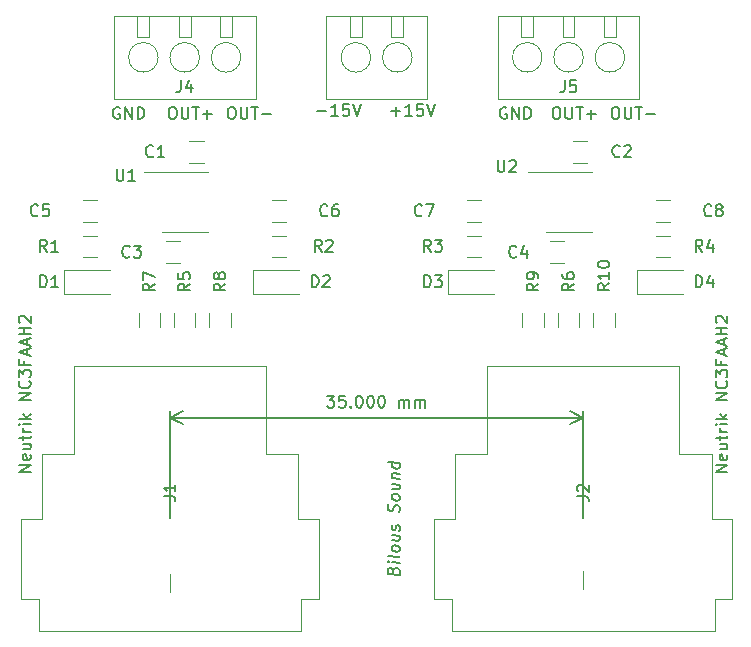
<source format=gbr>
%TF.GenerationSoftware,KiCad,Pcbnew,(5.1.6-0)*%
%TF.CreationDate,2023-06-01T15:50:37-07:00*%
%TF.ProjectId,input_buffer_bal_XLR_SMD_1206,696e7075-745f-4627-9566-6665725f6261,rev?*%
%TF.SameCoordinates,Original*%
%TF.FileFunction,Legend,Top*%
%TF.FilePolarity,Positive*%
%FSLAX46Y46*%
G04 Gerber Fmt 4.6, Leading zero omitted, Abs format (unit mm)*
G04 Created by KiCad (PCBNEW (5.1.6-0)) date 2023-06-01 15:50:37*
%MOMM*%
%LPD*%
G01*
G04 APERTURE LIST*
%ADD10C,0.150000*%
%ADD11C,0.120000*%
G04 APERTURE END LIST*
D10*
X122678571Y-152689270D02*
X122726190Y-152552366D01*
X122773809Y-152510699D01*
X122869047Y-152474985D01*
X123011904Y-152492842D01*
X123107142Y-152552366D01*
X123154761Y-152605937D01*
X123202380Y-152707127D01*
X123202380Y-153088080D01*
X122202380Y-152963080D01*
X122202380Y-152629747D01*
X122250000Y-152540461D01*
X122297619Y-152498794D01*
X122392857Y-152463080D01*
X122488095Y-152474985D01*
X122583333Y-152534508D01*
X122630952Y-152588080D01*
X122678571Y-152689270D01*
X122678571Y-153022604D01*
X123202380Y-152088080D02*
X122535714Y-152004747D01*
X122202380Y-151963080D02*
X122250000Y-152016651D01*
X122297619Y-151974985D01*
X122250000Y-151921413D01*
X122202380Y-151963080D01*
X122297619Y-151974985D01*
X123202380Y-151469032D02*
X123154761Y-151558318D01*
X123059523Y-151594032D01*
X122202380Y-151486889D01*
X123202380Y-150945223D02*
X123154761Y-151034508D01*
X123107142Y-151076175D01*
X123011904Y-151111889D01*
X122726190Y-151076175D01*
X122630952Y-151016651D01*
X122583333Y-150963080D01*
X122535714Y-150861889D01*
X122535714Y-150719032D01*
X122583333Y-150629747D01*
X122630952Y-150588080D01*
X122726190Y-150552366D01*
X123011904Y-150588080D01*
X123107142Y-150647604D01*
X123154761Y-150701175D01*
X123202380Y-150802366D01*
X123202380Y-150945223D01*
X122535714Y-149671413D02*
X123202380Y-149754747D01*
X122535714Y-150099985D02*
X123059523Y-150165461D01*
X123154761Y-150129747D01*
X123202380Y-150040461D01*
X123202380Y-149897604D01*
X123154761Y-149796413D01*
X123107142Y-149742842D01*
X123154761Y-149320223D02*
X123202380Y-149230937D01*
X123202380Y-149040461D01*
X123154761Y-148939270D01*
X123059523Y-148879747D01*
X123011904Y-148873794D01*
X122916666Y-148909508D01*
X122869047Y-148998794D01*
X122869047Y-149141651D01*
X122821428Y-149230937D01*
X122726190Y-149266651D01*
X122678571Y-149260699D01*
X122583333Y-149201175D01*
X122535714Y-149099985D01*
X122535714Y-148957127D01*
X122583333Y-148867842D01*
X123154761Y-147748794D02*
X123202380Y-147611889D01*
X123202380Y-147373794D01*
X123154761Y-147272604D01*
X123107142Y-147219032D01*
X123011904Y-147159508D01*
X122916666Y-147147604D01*
X122821428Y-147183318D01*
X122773809Y-147224985D01*
X122726190Y-147314270D01*
X122678571Y-147498794D01*
X122630952Y-147588080D01*
X122583333Y-147629747D01*
X122488095Y-147665461D01*
X122392857Y-147653556D01*
X122297619Y-147594032D01*
X122250000Y-147540461D01*
X122202380Y-147439270D01*
X122202380Y-147201175D01*
X122250000Y-147064270D01*
X123202380Y-146611889D02*
X123154761Y-146701175D01*
X123107142Y-146742842D01*
X123011904Y-146778556D01*
X122726190Y-146742842D01*
X122630952Y-146683318D01*
X122583333Y-146629747D01*
X122535714Y-146528556D01*
X122535714Y-146385699D01*
X122583333Y-146296413D01*
X122630952Y-146254747D01*
X122726190Y-146219032D01*
X123011904Y-146254747D01*
X123107142Y-146314270D01*
X123154761Y-146367842D01*
X123202380Y-146469032D01*
X123202380Y-146611889D01*
X122535714Y-145338080D02*
X123202380Y-145421413D01*
X122535714Y-145766651D02*
X123059523Y-145832127D01*
X123154761Y-145796413D01*
X123202380Y-145707127D01*
X123202380Y-145564270D01*
X123154761Y-145463080D01*
X123107142Y-145409508D01*
X122535714Y-144861889D02*
X123202380Y-144945223D01*
X122630952Y-144873794D02*
X122583333Y-144820223D01*
X122535714Y-144719032D01*
X122535714Y-144576175D01*
X122583333Y-144486889D01*
X122678571Y-144451175D01*
X123202380Y-144516651D01*
X123202380Y-143611889D02*
X122202380Y-143486889D01*
X123154761Y-143605937D02*
X123202380Y-143707127D01*
X123202380Y-143897604D01*
X123154761Y-143986889D01*
X123107142Y-144028556D01*
X123011904Y-144064270D01*
X122726190Y-144028556D01*
X122630952Y-143969032D01*
X122583333Y-143915461D01*
X122535714Y-143814270D01*
X122535714Y-143623794D01*
X122583333Y-143534508D01*
X91952380Y-144321428D02*
X90952380Y-144321428D01*
X91952380Y-143750000D01*
X90952380Y-143750000D01*
X91904761Y-142892857D02*
X91952380Y-142988095D01*
X91952380Y-143178571D01*
X91904761Y-143273809D01*
X91809523Y-143321428D01*
X91428571Y-143321428D01*
X91333333Y-143273809D01*
X91285714Y-143178571D01*
X91285714Y-142988095D01*
X91333333Y-142892857D01*
X91428571Y-142845238D01*
X91523809Y-142845238D01*
X91619047Y-143321428D01*
X91285714Y-141988095D02*
X91952380Y-141988095D01*
X91285714Y-142416666D02*
X91809523Y-142416666D01*
X91904761Y-142369047D01*
X91952380Y-142273809D01*
X91952380Y-142130952D01*
X91904761Y-142035714D01*
X91857142Y-141988095D01*
X91285714Y-141654761D02*
X91285714Y-141273809D01*
X90952380Y-141511904D02*
X91809523Y-141511904D01*
X91904761Y-141464285D01*
X91952380Y-141369047D01*
X91952380Y-141273809D01*
X91952380Y-140940476D02*
X91285714Y-140940476D01*
X91476190Y-140940476D02*
X91380952Y-140892857D01*
X91333333Y-140845238D01*
X91285714Y-140750000D01*
X91285714Y-140654761D01*
X91952380Y-140321428D02*
X91285714Y-140321428D01*
X90952380Y-140321428D02*
X91000000Y-140369047D01*
X91047619Y-140321428D01*
X91000000Y-140273809D01*
X90952380Y-140321428D01*
X91047619Y-140321428D01*
X91952380Y-139845238D02*
X90952380Y-139845238D01*
X91571428Y-139750000D02*
X91952380Y-139464285D01*
X91285714Y-139464285D02*
X91666666Y-139845238D01*
X91952380Y-138273809D02*
X90952380Y-138273809D01*
X91952380Y-137702380D01*
X90952380Y-137702380D01*
X91857142Y-136654761D02*
X91904761Y-136702380D01*
X91952380Y-136845238D01*
X91952380Y-136940476D01*
X91904761Y-137083333D01*
X91809523Y-137178571D01*
X91714285Y-137226190D01*
X91523809Y-137273809D01*
X91380952Y-137273809D01*
X91190476Y-137226190D01*
X91095238Y-137178571D01*
X91000000Y-137083333D01*
X90952380Y-136940476D01*
X90952380Y-136845238D01*
X91000000Y-136702380D01*
X91047619Y-136654761D01*
X90952380Y-136321428D02*
X90952380Y-135702380D01*
X91333333Y-136035714D01*
X91333333Y-135892857D01*
X91380952Y-135797619D01*
X91428571Y-135750000D01*
X91523809Y-135702380D01*
X91761904Y-135702380D01*
X91857142Y-135750000D01*
X91904761Y-135797619D01*
X91952380Y-135892857D01*
X91952380Y-136178571D01*
X91904761Y-136273809D01*
X91857142Y-136321428D01*
X91428571Y-134940476D02*
X91428571Y-135273809D01*
X91952380Y-135273809D02*
X90952380Y-135273809D01*
X90952380Y-134797619D01*
X91666666Y-134464285D02*
X91666666Y-133988095D01*
X91952380Y-134559523D02*
X90952380Y-134226190D01*
X91952380Y-133892857D01*
X91666666Y-133607142D02*
X91666666Y-133130952D01*
X91952380Y-133702380D02*
X90952380Y-133369047D01*
X91952380Y-133035714D01*
X91952380Y-132702380D02*
X90952380Y-132702380D01*
X91428571Y-132702380D02*
X91428571Y-132130952D01*
X91952380Y-132130952D02*
X90952380Y-132130952D01*
X91047619Y-131702380D02*
X91000000Y-131654761D01*
X90952380Y-131559523D01*
X90952380Y-131321428D01*
X91000000Y-131226190D01*
X91047619Y-131178571D01*
X91142857Y-131130952D01*
X91238095Y-131130952D01*
X91380952Y-131178571D01*
X91952380Y-131750000D01*
X91952380Y-131130952D01*
X150952380Y-144321428D02*
X149952380Y-144321428D01*
X150952380Y-143750000D01*
X149952380Y-143750000D01*
X150904761Y-142892857D02*
X150952380Y-142988095D01*
X150952380Y-143178571D01*
X150904761Y-143273809D01*
X150809523Y-143321428D01*
X150428571Y-143321428D01*
X150333333Y-143273809D01*
X150285714Y-143178571D01*
X150285714Y-142988095D01*
X150333333Y-142892857D01*
X150428571Y-142845238D01*
X150523809Y-142845238D01*
X150619047Y-143321428D01*
X150285714Y-141988095D02*
X150952380Y-141988095D01*
X150285714Y-142416666D02*
X150809523Y-142416666D01*
X150904761Y-142369047D01*
X150952380Y-142273809D01*
X150952380Y-142130952D01*
X150904761Y-142035714D01*
X150857142Y-141988095D01*
X150285714Y-141654761D02*
X150285714Y-141273809D01*
X149952380Y-141511904D02*
X150809523Y-141511904D01*
X150904761Y-141464285D01*
X150952380Y-141369047D01*
X150952380Y-141273809D01*
X150952380Y-140940476D02*
X150285714Y-140940476D01*
X150476190Y-140940476D02*
X150380952Y-140892857D01*
X150333333Y-140845238D01*
X150285714Y-140750000D01*
X150285714Y-140654761D01*
X150952380Y-140321428D02*
X150285714Y-140321428D01*
X149952380Y-140321428D02*
X150000000Y-140369047D01*
X150047619Y-140321428D01*
X150000000Y-140273809D01*
X149952380Y-140321428D01*
X150047619Y-140321428D01*
X150952380Y-139845238D02*
X149952380Y-139845238D01*
X150571428Y-139750000D02*
X150952380Y-139464285D01*
X150285714Y-139464285D02*
X150666666Y-139845238D01*
X150952380Y-138273809D02*
X149952380Y-138273809D01*
X150952380Y-137702380D01*
X149952380Y-137702380D01*
X150857142Y-136654761D02*
X150904761Y-136702380D01*
X150952380Y-136845238D01*
X150952380Y-136940476D01*
X150904761Y-137083333D01*
X150809523Y-137178571D01*
X150714285Y-137226190D01*
X150523809Y-137273809D01*
X150380952Y-137273809D01*
X150190476Y-137226190D01*
X150095238Y-137178571D01*
X150000000Y-137083333D01*
X149952380Y-136940476D01*
X149952380Y-136845238D01*
X150000000Y-136702380D01*
X150047619Y-136654761D01*
X149952380Y-136321428D02*
X149952380Y-135702380D01*
X150333333Y-136035714D01*
X150333333Y-135892857D01*
X150380952Y-135797619D01*
X150428571Y-135750000D01*
X150523809Y-135702380D01*
X150761904Y-135702380D01*
X150857142Y-135750000D01*
X150904761Y-135797619D01*
X150952380Y-135892857D01*
X150952380Y-136178571D01*
X150904761Y-136273809D01*
X150857142Y-136321428D01*
X150428571Y-134940476D02*
X150428571Y-135273809D01*
X150952380Y-135273809D02*
X149952380Y-135273809D01*
X149952380Y-134797619D01*
X150666666Y-134464285D02*
X150666666Y-133988095D01*
X150952380Y-134559523D02*
X149952380Y-134226190D01*
X150952380Y-133892857D01*
X150666666Y-133607142D02*
X150666666Y-133130952D01*
X150952380Y-133702380D02*
X149952380Y-133369047D01*
X150952380Y-133035714D01*
X150952380Y-132702380D02*
X149952380Y-132702380D01*
X150428571Y-132702380D02*
X150428571Y-132130952D01*
X150952380Y-132130952D02*
X149952380Y-132130952D01*
X150047619Y-131702380D02*
X150000000Y-131654761D01*
X149952380Y-131559523D01*
X149952380Y-131321428D01*
X150000000Y-131226190D01*
X150047619Y-131178571D01*
X150142857Y-131130952D01*
X150238095Y-131130952D01*
X150380952Y-131178571D01*
X150952380Y-131750000D01*
X150952380Y-131130952D01*
X117059523Y-137902380D02*
X117678571Y-137902380D01*
X117345238Y-138283333D01*
X117488095Y-138283333D01*
X117583333Y-138330952D01*
X117630952Y-138378571D01*
X117678571Y-138473809D01*
X117678571Y-138711904D01*
X117630952Y-138807142D01*
X117583333Y-138854761D01*
X117488095Y-138902380D01*
X117202380Y-138902380D01*
X117107142Y-138854761D01*
X117059523Y-138807142D01*
X118583333Y-137902380D02*
X118107142Y-137902380D01*
X118059523Y-138378571D01*
X118107142Y-138330952D01*
X118202380Y-138283333D01*
X118440476Y-138283333D01*
X118535714Y-138330952D01*
X118583333Y-138378571D01*
X118630952Y-138473809D01*
X118630952Y-138711904D01*
X118583333Y-138807142D01*
X118535714Y-138854761D01*
X118440476Y-138902380D01*
X118202380Y-138902380D01*
X118107142Y-138854761D01*
X118059523Y-138807142D01*
X119059523Y-138807142D02*
X119107142Y-138854761D01*
X119059523Y-138902380D01*
X119011904Y-138854761D01*
X119059523Y-138807142D01*
X119059523Y-138902380D01*
X119726190Y-137902380D02*
X119821428Y-137902380D01*
X119916666Y-137950000D01*
X119964285Y-137997619D01*
X120011904Y-138092857D01*
X120059523Y-138283333D01*
X120059523Y-138521428D01*
X120011904Y-138711904D01*
X119964285Y-138807142D01*
X119916666Y-138854761D01*
X119821428Y-138902380D01*
X119726190Y-138902380D01*
X119630952Y-138854761D01*
X119583333Y-138807142D01*
X119535714Y-138711904D01*
X119488095Y-138521428D01*
X119488095Y-138283333D01*
X119535714Y-138092857D01*
X119583333Y-137997619D01*
X119630952Y-137950000D01*
X119726190Y-137902380D01*
X120678571Y-137902380D02*
X120773809Y-137902380D01*
X120869047Y-137950000D01*
X120916666Y-137997619D01*
X120964285Y-138092857D01*
X121011904Y-138283333D01*
X121011904Y-138521428D01*
X120964285Y-138711904D01*
X120916666Y-138807142D01*
X120869047Y-138854761D01*
X120773809Y-138902380D01*
X120678571Y-138902380D01*
X120583333Y-138854761D01*
X120535714Y-138807142D01*
X120488095Y-138711904D01*
X120440476Y-138521428D01*
X120440476Y-138283333D01*
X120488095Y-138092857D01*
X120535714Y-137997619D01*
X120583333Y-137950000D01*
X120678571Y-137902380D01*
X121630952Y-137902380D02*
X121726190Y-137902380D01*
X121821428Y-137950000D01*
X121869047Y-137997619D01*
X121916666Y-138092857D01*
X121964285Y-138283333D01*
X121964285Y-138521428D01*
X121916666Y-138711904D01*
X121869047Y-138807142D01*
X121821428Y-138854761D01*
X121726190Y-138902380D01*
X121630952Y-138902380D01*
X121535714Y-138854761D01*
X121488095Y-138807142D01*
X121440476Y-138711904D01*
X121392857Y-138521428D01*
X121392857Y-138283333D01*
X121440476Y-138092857D01*
X121488095Y-137997619D01*
X121535714Y-137950000D01*
X121630952Y-137902380D01*
X123154761Y-138902380D02*
X123154761Y-138235714D01*
X123154761Y-138330952D02*
X123202380Y-138283333D01*
X123297619Y-138235714D01*
X123440476Y-138235714D01*
X123535714Y-138283333D01*
X123583333Y-138378571D01*
X123583333Y-138902380D01*
X123583333Y-138378571D02*
X123630952Y-138283333D01*
X123726190Y-138235714D01*
X123869047Y-138235714D01*
X123964285Y-138283333D01*
X124011904Y-138378571D01*
X124011904Y-138902380D01*
X124488095Y-138902380D02*
X124488095Y-138235714D01*
X124488095Y-138330952D02*
X124535714Y-138283333D01*
X124630952Y-138235714D01*
X124773809Y-138235714D01*
X124869047Y-138283333D01*
X124916666Y-138378571D01*
X124916666Y-138902380D01*
X124916666Y-138378571D02*
X124964285Y-138283333D01*
X125059523Y-138235714D01*
X125202380Y-138235714D01*
X125297619Y-138283333D01*
X125345238Y-138378571D01*
X125345238Y-138902380D01*
X103750000Y-139750000D02*
X138750000Y-139750000D01*
X103750000Y-148250000D02*
X103750000Y-139163579D01*
X138750000Y-148250000D02*
X138750000Y-139163579D01*
X138750000Y-139750000D02*
X137623496Y-140336421D01*
X138750000Y-139750000D02*
X137623496Y-139163579D01*
X103750000Y-139750000D02*
X104876504Y-140336421D01*
X103750000Y-139750000D02*
X104876504Y-139163579D01*
D11*
X138750000Y-152750000D02*
X138750000Y-154250000D01*
X103750000Y-153000000D02*
X103750000Y-154500000D01*
D10*
X116238095Y-113821428D02*
X117000000Y-113821428D01*
X118000000Y-114202380D02*
X117428571Y-114202380D01*
X117714285Y-114202380D02*
X117714285Y-113202380D01*
X117619047Y-113345238D01*
X117523809Y-113440476D01*
X117428571Y-113488095D01*
X118904761Y-113202380D02*
X118428571Y-113202380D01*
X118380952Y-113678571D01*
X118428571Y-113630952D01*
X118523809Y-113583333D01*
X118761904Y-113583333D01*
X118857142Y-113630952D01*
X118904761Y-113678571D01*
X118952380Y-113773809D01*
X118952380Y-114011904D01*
X118904761Y-114107142D01*
X118857142Y-114154761D01*
X118761904Y-114202380D01*
X118523809Y-114202380D01*
X118428571Y-114154761D01*
X118380952Y-114107142D01*
X119238095Y-113202380D02*
X119571428Y-114202380D01*
X119904761Y-113202380D01*
X122488095Y-113821428D02*
X123250000Y-113821428D01*
X122869047Y-114202380D02*
X122869047Y-113440476D01*
X124250000Y-114202380D02*
X123678571Y-114202380D01*
X123964285Y-114202380D02*
X123964285Y-113202380D01*
X123869047Y-113345238D01*
X123773809Y-113440476D01*
X123678571Y-113488095D01*
X125154761Y-113202380D02*
X124678571Y-113202380D01*
X124630952Y-113678571D01*
X124678571Y-113630952D01*
X124773809Y-113583333D01*
X125011904Y-113583333D01*
X125107142Y-113630952D01*
X125154761Y-113678571D01*
X125202380Y-113773809D01*
X125202380Y-114011904D01*
X125154761Y-114107142D01*
X125107142Y-114154761D01*
X125011904Y-114202380D01*
X124773809Y-114202380D01*
X124678571Y-114154761D01*
X124630952Y-114107142D01*
X125488095Y-113202380D02*
X125821428Y-114202380D01*
X126154761Y-113202380D01*
X108880952Y-113452380D02*
X109071428Y-113452380D01*
X109166666Y-113500000D01*
X109261904Y-113595238D01*
X109309523Y-113785714D01*
X109309523Y-114119047D01*
X109261904Y-114309523D01*
X109166666Y-114404761D01*
X109071428Y-114452380D01*
X108880952Y-114452380D01*
X108785714Y-114404761D01*
X108690476Y-114309523D01*
X108642857Y-114119047D01*
X108642857Y-113785714D01*
X108690476Y-113595238D01*
X108785714Y-113500000D01*
X108880952Y-113452380D01*
X109738095Y-113452380D02*
X109738095Y-114261904D01*
X109785714Y-114357142D01*
X109833333Y-114404761D01*
X109928571Y-114452380D01*
X110119047Y-114452380D01*
X110214285Y-114404761D01*
X110261904Y-114357142D01*
X110309523Y-114261904D01*
X110309523Y-113452380D01*
X110642857Y-113452380D02*
X111214285Y-113452380D01*
X110928571Y-114452380D02*
X110928571Y-113452380D01*
X111547619Y-114071428D02*
X112309523Y-114071428D01*
X141380952Y-113452380D02*
X141571428Y-113452380D01*
X141666666Y-113500000D01*
X141761904Y-113595238D01*
X141809523Y-113785714D01*
X141809523Y-114119047D01*
X141761904Y-114309523D01*
X141666666Y-114404761D01*
X141571428Y-114452380D01*
X141380952Y-114452380D01*
X141285714Y-114404761D01*
X141190476Y-114309523D01*
X141142857Y-114119047D01*
X141142857Y-113785714D01*
X141190476Y-113595238D01*
X141285714Y-113500000D01*
X141380952Y-113452380D01*
X142238095Y-113452380D02*
X142238095Y-114261904D01*
X142285714Y-114357142D01*
X142333333Y-114404761D01*
X142428571Y-114452380D01*
X142619047Y-114452380D01*
X142714285Y-114404761D01*
X142761904Y-114357142D01*
X142809523Y-114261904D01*
X142809523Y-113452380D01*
X143142857Y-113452380D02*
X143714285Y-113452380D01*
X143428571Y-114452380D02*
X143428571Y-113452380D01*
X144047619Y-114071428D02*
X144809523Y-114071428D01*
X136380952Y-113452380D02*
X136571428Y-113452380D01*
X136666666Y-113500000D01*
X136761904Y-113595238D01*
X136809523Y-113785714D01*
X136809523Y-114119047D01*
X136761904Y-114309523D01*
X136666666Y-114404761D01*
X136571428Y-114452380D01*
X136380952Y-114452380D01*
X136285714Y-114404761D01*
X136190476Y-114309523D01*
X136142857Y-114119047D01*
X136142857Y-113785714D01*
X136190476Y-113595238D01*
X136285714Y-113500000D01*
X136380952Y-113452380D01*
X137238095Y-113452380D02*
X137238095Y-114261904D01*
X137285714Y-114357142D01*
X137333333Y-114404761D01*
X137428571Y-114452380D01*
X137619047Y-114452380D01*
X137714285Y-114404761D01*
X137761904Y-114357142D01*
X137809523Y-114261904D01*
X137809523Y-113452380D01*
X138142857Y-113452380D02*
X138714285Y-113452380D01*
X138428571Y-114452380D02*
X138428571Y-113452380D01*
X139047619Y-114071428D02*
X139809523Y-114071428D01*
X139428571Y-114452380D02*
X139428571Y-113690476D01*
X103880952Y-113452380D02*
X104071428Y-113452380D01*
X104166666Y-113500000D01*
X104261904Y-113595238D01*
X104309523Y-113785714D01*
X104309523Y-114119047D01*
X104261904Y-114309523D01*
X104166666Y-114404761D01*
X104071428Y-114452380D01*
X103880952Y-114452380D01*
X103785714Y-114404761D01*
X103690476Y-114309523D01*
X103642857Y-114119047D01*
X103642857Y-113785714D01*
X103690476Y-113595238D01*
X103785714Y-113500000D01*
X103880952Y-113452380D01*
X104738095Y-113452380D02*
X104738095Y-114261904D01*
X104785714Y-114357142D01*
X104833333Y-114404761D01*
X104928571Y-114452380D01*
X105119047Y-114452380D01*
X105214285Y-114404761D01*
X105261904Y-114357142D01*
X105309523Y-114261904D01*
X105309523Y-113452380D01*
X105642857Y-113452380D02*
X106214285Y-113452380D01*
X105928571Y-114452380D02*
X105928571Y-113452380D01*
X106547619Y-114071428D02*
X107309523Y-114071428D01*
X106928571Y-114452380D02*
X106928571Y-113690476D01*
X132238095Y-113500000D02*
X132142857Y-113452380D01*
X132000000Y-113452380D01*
X131857142Y-113500000D01*
X131761904Y-113595238D01*
X131714285Y-113690476D01*
X131666666Y-113880952D01*
X131666666Y-114023809D01*
X131714285Y-114214285D01*
X131761904Y-114309523D01*
X131857142Y-114404761D01*
X132000000Y-114452380D01*
X132095238Y-114452380D01*
X132238095Y-114404761D01*
X132285714Y-114357142D01*
X132285714Y-114023809D01*
X132095238Y-114023809D01*
X132714285Y-114452380D02*
X132714285Y-113452380D01*
X133285714Y-114452380D01*
X133285714Y-113452380D01*
X133761904Y-114452380D02*
X133761904Y-113452380D01*
X134000000Y-113452380D01*
X134142857Y-113500000D01*
X134238095Y-113595238D01*
X134285714Y-113690476D01*
X134333333Y-113880952D01*
X134333333Y-114023809D01*
X134285714Y-114214285D01*
X134238095Y-114309523D01*
X134142857Y-114404761D01*
X134000000Y-114452380D01*
X133761904Y-114452380D01*
X99488095Y-113500000D02*
X99392857Y-113452380D01*
X99250000Y-113452380D01*
X99107142Y-113500000D01*
X99011904Y-113595238D01*
X98964285Y-113690476D01*
X98916666Y-113880952D01*
X98916666Y-114023809D01*
X98964285Y-114214285D01*
X99011904Y-114309523D01*
X99107142Y-114404761D01*
X99250000Y-114452380D01*
X99345238Y-114452380D01*
X99488095Y-114404761D01*
X99535714Y-114357142D01*
X99535714Y-114023809D01*
X99345238Y-114023809D01*
X99964285Y-114452380D02*
X99964285Y-113452380D01*
X100535714Y-114452380D01*
X100535714Y-113452380D01*
X101011904Y-114452380D02*
X101011904Y-113452380D01*
X101250000Y-113452380D01*
X101392857Y-113500000D01*
X101488095Y-113595238D01*
X101535714Y-113690476D01*
X101583333Y-113880952D01*
X101583333Y-114023809D01*
X101535714Y-114214285D01*
X101488095Y-114309523D01*
X101392857Y-114404761D01*
X101250000Y-114452380D01*
X101011904Y-114452380D01*
D11*
%TO.C,J3*%
X117000000Y-112750000D02*
X117000000Y-105750000D01*
X125500000Y-112750000D02*
X125500000Y-105750000D01*
X117000000Y-105750000D02*
X125500000Y-105750000D01*
X117000000Y-112750000D02*
X125500000Y-112750000D01*
X120750000Y-109250000D02*
G75*
G03*
X120750000Y-109250000I-1250000J0D01*
G01*
X124250000Y-109250000D02*
G75*
G03*
X124250000Y-109250000I-1250000J0D01*
G01*
X123500000Y-107500000D02*
X122500000Y-107500000D01*
X122500000Y-107500000D02*
X122500000Y-105750000D01*
X123500000Y-107500000D02*
X123500000Y-105750000D01*
X120000000Y-105750000D02*
X120000000Y-107500000D01*
X120000000Y-107500000D02*
X119000000Y-107500000D01*
X119000000Y-107500000D02*
X119000000Y-105750000D01*
%TO.C,C8*%
X146102064Y-123160000D02*
X144897936Y-123160000D01*
X146102064Y-121340000D02*
X144897936Y-121340000D01*
%TO.C,C7*%
X130102064Y-123160000D02*
X128897936Y-123160000D01*
X130102064Y-121340000D02*
X128897936Y-121340000D01*
%TO.C,C6*%
X113602064Y-123160000D02*
X112397936Y-123160000D01*
X113602064Y-121340000D02*
X112397936Y-121340000D01*
%TO.C,C5*%
X97602064Y-123160000D02*
X96397936Y-123160000D01*
X97602064Y-121340000D02*
X96397936Y-121340000D01*
%TO.C,C4*%
X137102064Y-126660000D02*
X135897936Y-126660000D01*
X137102064Y-124840000D02*
X135897936Y-124840000D01*
%TO.C,C3*%
X104602064Y-126660000D02*
X103397936Y-126660000D01*
X104602064Y-124840000D02*
X103397936Y-124840000D01*
%TO.C,C2*%
X139102064Y-118160000D02*
X137897936Y-118160000D01*
X139102064Y-116340000D02*
X137897936Y-116340000D01*
%TO.C,C1*%
X106602064Y-118160000D02*
X105397936Y-118160000D01*
X106602064Y-116340000D02*
X105397936Y-116340000D01*
%TO.C,D4*%
X143300000Y-127250000D02*
X147150000Y-127250000D01*
X143300000Y-129250000D02*
X147150000Y-129250000D01*
X143300000Y-127250000D02*
X143300000Y-129250000D01*
%TO.C,D3*%
X127300000Y-127250000D02*
X131150000Y-127250000D01*
X127300000Y-129250000D02*
X131150000Y-129250000D01*
X127300000Y-127250000D02*
X127300000Y-129250000D01*
%TO.C,D2*%
X110800000Y-127250000D02*
X114650000Y-127250000D01*
X110800000Y-129250000D02*
X114650000Y-129250000D01*
X110800000Y-127250000D02*
X110800000Y-129250000D01*
%TO.C,D1*%
X94800000Y-127250000D02*
X98650000Y-127250000D01*
X94800000Y-129250000D02*
X98650000Y-129250000D01*
X94800000Y-127250000D02*
X94800000Y-129250000D01*
%TO.C,U2*%
X137500000Y-124060000D02*
X139450000Y-124060000D01*
X137500000Y-124060000D02*
X135550000Y-124060000D01*
X137500000Y-118940000D02*
X139450000Y-118940000D01*
X137500000Y-118940000D02*
X134050000Y-118940000D01*
%TO.C,U1*%
X105000000Y-124060000D02*
X106950000Y-124060000D01*
X105000000Y-124060000D02*
X103050000Y-124060000D01*
X105000000Y-118940000D02*
X106950000Y-118940000D01*
X105000000Y-118940000D02*
X101550000Y-118940000D01*
%TO.C,R10*%
X139590000Y-132102064D02*
X139590000Y-130897936D01*
X141410000Y-132102064D02*
X141410000Y-130897936D01*
%TO.C,R9*%
X135410000Y-130897936D02*
X135410000Y-132102064D01*
X133590000Y-130897936D02*
X133590000Y-132102064D01*
%TO.C,R8*%
X107090000Y-132102064D02*
X107090000Y-130897936D01*
X108910000Y-132102064D02*
X108910000Y-130897936D01*
%TO.C,R7*%
X102910000Y-130897936D02*
X102910000Y-132102064D01*
X101090000Y-130897936D02*
X101090000Y-132102064D01*
%TO.C,R6*%
X136590000Y-132102064D02*
X136590000Y-130897936D01*
X138410000Y-132102064D02*
X138410000Y-130897936D01*
%TO.C,R5*%
X104090000Y-132102064D02*
X104090000Y-130897936D01*
X105910000Y-132102064D02*
X105910000Y-130897936D01*
%TO.C,R4*%
X144897936Y-124340000D02*
X146102064Y-124340000D01*
X144897936Y-126160000D02*
X146102064Y-126160000D01*
%TO.C,R3*%
X130102064Y-126160000D02*
X128897936Y-126160000D01*
X130102064Y-124340000D02*
X128897936Y-124340000D01*
%TO.C,R2*%
X112397936Y-124340000D02*
X113602064Y-124340000D01*
X112397936Y-126160000D02*
X113602064Y-126160000D01*
%TO.C,R1*%
X97602064Y-126160000D02*
X96397936Y-126160000D01*
X97602064Y-124340000D02*
X96397936Y-124340000D01*
%TO.C,J2*%
X126130000Y-155110000D02*
X126130000Y-148370000D01*
X151370000Y-155110000D02*
X151370000Y-148370000D01*
X149620000Y-148370000D02*
X151370000Y-148370000D01*
X126130000Y-148370000D02*
X127880000Y-148370000D01*
X149870000Y-155110000D02*
X149870000Y-157810000D01*
X127630000Y-155110000D02*
X127630000Y-157810000D01*
X127630000Y-155110000D02*
X126130000Y-155110000D01*
X151370000Y-155110000D02*
X149870000Y-155110000D01*
X149870000Y-157810000D02*
X127630000Y-157810000D01*
X130630000Y-142870000D02*
X130630000Y-135370000D01*
X146870000Y-135370000D02*
X130630000Y-135370000D01*
X149620000Y-148370000D02*
X149620000Y-142870000D01*
X146870000Y-142870000D02*
X146870000Y-135370000D01*
X130630000Y-142870000D02*
X127880000Y-142870000D01*
X127880000Y-148370000D02*
X127880000Y-142870000D01*
X149620000Y-142870000D02*
X146870000Y-142870000D01*
%TO.C,J1*%
X91130000Y-155110000D02*
X91130000Y-148370000D01*
X116370000Y-155110000D02*
X116370000Y-148370000D01*
X114620000Y-148370000D02*
X116370000Y-148370000D01*
X91130000Y-148370000D02*
X92880000Y-148370000D01*
X114870000Y-155110000D02*
X114870000Y-157810000D01*
X92630000Y-155110000D02*
X92630000Y-157810000D01*
X92630000Y-155110000D02*
X91130000Y-155110000D01*
X116370000Y-155110000D02*
X114870000Y-155110000D01*
X114870000Y-157810000D02*
X92630000Y-157810000D01*
X95630000Y-142870000D02*
X95630000Y-135370000D01*
X111870000Y-135370000D02*
X95630000Y-135370000D01*
X114620000Y-148370000D02*
X114620000Y-142870000D01*
X111870000Y-142870000D02*
X111870000Y-135370000D01*
X95630000Y-142870000D02*
X92880000Y-142870000D01*
X92880000Y-148370000D02*
X92880000Y-142870000D01*
X114620000Y-142870000D02*
X111870000Y-142870000D01*
%TO.C,J5*%
X131500000Y-112750000D02*
X131500000Y-105750000D01*
X143500000Y-112750000D02*
X143500000Y-105750000D01*
X131500000Y-105750000D02*
X143500000Y-105750000D01*
X131500000Y-112750000D02*
X143500000Y-112750000D01*
X135250000Y-109250000D02*
G75*
G03*
X135250000Y-109250000I-1250000J0D01*
G01*
X138750000Y-109250000D02*
G75*
G03*
X138750000Y-109250000I-1250000J0D01*
G01*
X142250000Y-109250000D02*
G75*
G03*
X142250000Y-109250000I-1250000J0D01*
G01*
X141500000Y-107500000D02*
X140500000Y-107500000D01*
X140500000Y-107500000D02*
X140500000Y-105750000D01*
X141500000Y-107500000D02*
X141500000Y-105750000D01*
X138000000Y-105750000D02*
X138000000Y-107500000D01*
X138000000Y-107500000D02*
X137000000Y-107500000D01*
X137000000Y-107500000D02*
X137000000Y-105750000D01*
X134500000Y-105750000D02*
X134500000Y-107500000D01*
X134500000Y-107500000D02*
X133500000Y-107500000D01*
X133500000Y-107500000D02*
X133500000Y-105750000D01*
%TO.C,J4*%
X99000000Y-112750000D02*
X99000000Y-105750000D01*
X111000000Y-112750000D02*
X111000000Y-105750000D01*
X99000000Y-105750000D02*
X111000000Y-105750000D01*
X99000000Y-112750000D02*
X111000000Y-112750000D01*
X102750000Y-109250000D02*
G75*
G03*
X102750000Y-109250000I-1250000J0D01*
G01*
X106250000Y-109250000D02*
G75*
G03*
X106250000Y-109250000I-1250000J0D01*
G01*
X109750000Y-109250000D02*
G75*
G03*
X109750000Y-109250000I-1250000J0D01*
G01*
X109000000Y-107500000D02*
X108000000Y-107500000D01*
X108000000Y-107500000D02*
X108000000Y-105750000D01*
X109000000Y-107500000D02*
X109000000Y-105750000D01*
X105500000Y-105750000D02*
X105500000Y-107500000D01*
X105500000Y-107500000D02*
X104500000Y-107500000D01*
X104500000Y-107500000D02*
X104500000Y-105750000D01*
X102000000Y-105750000D02*
X102000000Y-107500000D01*
X102000000Y-107500000D02*
X101000000Y-107500000D01*
X101000000Y-107500000D02*
X101000000Y-105750000D01*
%TO.C,C8*%
D10*
X149583333Y-122607142D02*
X149535714Y-122654761D01*
X149392857Y-122702380D01*
X149297619Y-122702380D01*
X149154761Y-122654761D01*
X149059523Y-122559523D01*
X149011904Y-122464285D01*
X148964285Y-122273809D01*
X148964285Y-122130952D01*
X149011904Y-121940476D01*
X149059523Y-121845238D01*
X149154761Y-121750000D01*
X149297619Y-121702380D01*
X149392857Y-121702380D01*
X149535714Y-121750000D01*
X149583333Y-121797619D01*
X150154761Y-122130952D02*
X150059523Y-122083333D01*
X150011904Y-122035714D01*
X149964285Y-121940476D01*
X149964285Y-121892857D01*
X150011904Y-121797619D01*
X150059523Y-121750000D01*
X150154761Y-121702380D01*
X150345238Y-121702380D01*
X150440476Y-121750000D01*
X150488095Y-121797619D01*
X150535714Y-121892857D01*
X150535714Y-121940476D01*
X150488095Y-122035714D01*
X150440476Y-122083333D01*
X150345238Y-122130952D01*
X150154761Y-122130952D01*
X150059523Y-122178571D01*
X150011904Y-122226190D01*
X149964285Y-122321428D01*
X149964285Y-122511904D01*
X150011904Y-122607142D01*
X150059523Y-122654761D01*
X150154761Y-122702380D01*
X150345238Y-122702380D01*
X150440476Y-122654761D01*
X150488095Y-122607142D01*
X150535714Y-122511904D01*
X150535714Y-122321428D01*
X150488095Y-122226190D01*
X150440476Y-122178571D01*
X150345238Y-122130952D01*
%TO.C,C7*%
X125083333Y-122607142D02*
X125035714Y-122654761D01*
X124892857Y-122702380D01*
X124797619Y-122702380D01*
X124654761Y-122654761D01*
X124559523Y-122559523D01*
X124511904Y-122464285D01*
X124464285Y-122273809D01*
X124464285Y-122130952D01*
X124511904Y-121940476D01*
X124559523Y-121845238D01*
X124654761Y-121750000D01*
X124797619Y-121702380D01*
X124892857Y-121702380D01*
X125035714Y-121750000D01*
X125083333Y-121797619D01*
X125416666Y-121702380D02*
X126083333Y-121702380D01*
X125654761Y-122702380D01*
%TO.C,C6*%
X117083333Y-122607142D02*
X117035714Y-122654761D01*
X116892857Y-122702380D01*
X116797619Y-122702380D01*
X116654761Y-122654761D01*
X116559523Y-122559523D01*
X116511904Y-122464285D01*
X116464285Y-122273809D01*
X116464285Y-122130952D01*
X116511904Y-121940476D01*
X116559523Y-121845238D01*
X116654761Y-121750000D01*
X116797619Y-121702380D01*
X116892857Y-121702380D01*
X117035714Y-121750000D01*
X117083333Y-121797619D01*
X117940476Y-121702380D02*
X117750000Y-121702380D01*
X117654761Y-121750000D01*
X117607142Y-121797619D01*
X117511904Y-121940476D01*
X117464285Y-122130952D01*
X117464285Y-122511904D01*
X117511904Y-122607142D01*
X117559523Y-122654761D01*
X117654761Y-122702380D01*
X117845238Y-122702380D01*
X117940476Y-122654761D01*
X117988095Y-122607142D01*
X118035714Y-122511904D01*
X118035714Y-122273809D01*
X117988095Y-122178571D01*
X117940476Y-122130952D01*
X117845238Y-122083333D01*
X117654761Y-122083333D01*
X117559523Y-122130952D01*
X117511904Y-122178571D01*
X117464285Y-122273809D01*
%TO.C,C5*%
X92583333Y-122607142D02*
X92535714Y-122654761D01*
X92392857Y-122702380D01*
X92297619Y-122702380D01*
X92154761Y-122654761D01*
X92059523Y-122559523D01*
X92011904Y-122464285D01*
X91964285Y-122273809D01*
X91964285Y-122130952D01*
X92011904Y-121940476D01*
X92059523Y-121845238D01*
X92154761Y-121750000D01*
X92297619Y-121702380D01*
X92392857Y-121702380D01*
X92535714Y-121750000D01*
X92583333Y-121797619D01*
X93488095Y-121702380D02*
X93011904Y-121702380D01*
X92964285Y-122178571D01*
X93011904Y-122130952D01*
X93107142Y-122083333D01*
X93345238Y-122083333D01*
X93440476Y-122130952D01*
X93488095Y-122178571D01*
X93535714Y-122273809D01*
X93535714Y-122511904D01*
X93488095Y-122607142D01*
X93440476Y-122654761D01*
X93345238Y-122702380D01*
X93107142Y-122702380D01*
X93011904Y-122654761D01*
X92964285Y-122607142D01*
%TO.C,C4*%
X133083333Y-126107142D02*
X133035714Y-126154761D01*
X132892857Y-126202380D01*
X132797619Y-126202380D01*
X132654761Y-126154761D01*
X132559523Y-126059523D01*
X132511904Y-125964285D01*
X132464285Y-125773809D01*
X132464285Y-125630952D01*
X132511904Y-125440476D01*
X132559523Y-125345238D01*
X132654761Y-125250000D01*
X132797619Y-125202380D01*
X132892857Y-125202380D01*
X133035714Y-125250000D01*
X133083333Y-125297619D01*
X133940476Y-125535714D02*
X133940476Y-126202380D01*
X133702380Y-125154761D02*
X133464285Y-125869047D01*
X134083333Y-125869047D01*
%TO.C,C3*%
X100333333Y-126107142D02*
X100285714Y-126154761D01*
X100142857Y-126202380D01*
X100047619Y-126202380D01*
X99904761Y-126154761D01*
X99809523Y-126059523D01*
X99761904Y-125964285D01*
X99714285Y-125773809D01*
X99714285Y-125630952D01*
X99761904Y-125440476D01*
X99809523Y-125345238D01*
X99904761Y-125250000D01*
X100047619Y-125202380D01*
X100142857Y-125202380D01*
X100285714Y-125250000D01*
X100333333Y-125297619D01*
X100666666Y-125202380D02*
X101285714Y-125202380D01*
X100952380Y-125583333D01*
X101095238Y-125583333D01*
X101190476Y-125630952D01*
X101238095Y-125678571D01*
X101285714Y-125773809D01*
X101285714Y-126011904D01*
X101238095Y-126107142D01*
X101190476Y-126154761D01*
X101095238Y-126202380D01*
X100809523Y-126202380D01*
X100714285Y-126154761D01*
X100666666Y-126107142D01*
%TO.C,C2*%
X141833333Y-117607142D02*
X141785714Y-117654761D01*
X141642857Y-117702380D01*
X141547619Y-117702380D01*
X141404761Y-117654761D01*
X141309523Y-117559523D01*
X141261904Y-117464285D01*
X141214285Y-117273809D01*
X141214285Y-117130952D01*
X141261904Y-116940476D01*
X141309523Y-116845238D01*
X141404761Y-116750000D01*
X141547619Y-116702380D01*
X141642857Y-116702380D01*
X141785714Y-116750000D01*
X141833333Y-116797619D01*
X142214285Y-116797619D02*
X142261904Y-116750000D01*
X142357142Y-116702380D01*
X142595238Y-116702380D01*
X142690476Y-116750000D01*
X142738095Y-116797619D01*
X142785714Y-116892857D01*
X142785714Y-116988095D01*
X142738095Y-117130952D01*
X142166666Y-117702380D01*
X142785714Y-117702380D01*
%TO.C,C1*%
X102333333Y-117607142D02*
X102285714Y-117654761D01*
X102142857Y-117702380D01*
X102047619Y-117702380D01*
X101904761Y-117654761D01*
X101809523Y-117559523D01*
X101761904Y-117464285D01*
X101714285Y-117273809D01*
X101714285Y-117130952D01*
X101761904Y-116940476D01*
X101809523Y-116845238D01*
X101904761Y-116750000D01*
X102047619Y-116702380D01*
X102142857Y-116702380D01*
X102285714Y-116750000D01*
X102333333Y-116797619D01*
X103285714Y-117702380D02*
X102714285Y-117702380D01*
X103000000Y-117702380D02*
X103000000Y-116702380D01*
X102904761Y-116845238D01*
X102809523Y-116940476D01*
X102714285Y-116988095D01*
%TO.C,D4*%
X148261904Y-128702380D02*
X148261904Y-127702380D01*
X148500000Y-127702380D01*
X148642857Y-127750000D01*
X148738095Y-127845238D01*
X148785714Y-127940476D01*
X148833333Y-128130952D01*
X148833333Y-128273809D01*
X148785714Y-128464285D01*
X148738095Y-128559523D01*
X148642857Y-128654761D01*
X148500000Y-128702380D01*
X148261904Y-128702380D01*
X149690476Y-128035714D02*
X149690476Y-128702380D01*
X149452380Y-127654761D02*
X149214285Y-128369047D01*
X149833333Y-128369047D01*
%TO.C,D3*%
X125261904Y-128702380D02*
X125261904Y-127702380D01*
X125500000Y-127702380D01*
X125642857Y-127750000D01*
X125738095Y-127845238D01*
X125785714Y-127940476D01*
X125833333Y-128130952D01*
X125833333Y-128273809D01*
X125785714Y-128464285D01*
X125738095Y-128559523D01*
X125642857Y-128654761D01*
X125500000Y-128702380D01*
X125261904Y-128702380D01*
X126166666Y-127702380D02*
X126785714Y-127702380D01*
X126452380Y-128083333D01*
X126595238Y-128083333D01*
X126690476Y-128130952D01*
X126738095Y-128178571D01*
X126785714Y-128273809D01*
X126785714Y-128511904D01*
X126738095Y-128607142D01*
X126690476Y-128654761D01*
X126595238Y-128702380D01*
X126309523Y-128702380D01*
X126214285Y-128654761D01*
X126166666Y-128607142D01*
%TO.C,D2*%
X115761904Y-128702380D02*
X115761904Y-127702380D01*
X116000000Y-127702380D01*
X116142857Y-127750000D01*
X116238095Y-127845238D01*
X116285714Y-127940476D01*
X116333333Y-128130952D01*
X116333333Y-128273809D01*
X116285714Y-128464285D01*
X116238095Y-128559523D01*
X116142857Y-128654761D01*
X116000000Y-128702380D01*
X115761904Y-128702380D01*
X116714285Y-127797619D02*
X116761904Y-127750000D01*
X116857142Y-127702380D01*
X117095238Y-127702380D01*
X117190476Y-127750000D01*
X117238095Y-127797619D01*
X117285714Y-127892857D01*
X117285714Y-127988095D01*
X117238095Y-128130952D01*
X116666666Y-128702380D01*
X117285714Y-128702380D01*
%TO.C,D1*%
X92761904Y-128702380D02*
X92761904Y-127702380D01*
X93000000Y-127702380D01*
X93142857Y-127750000D01*
X93238095Y-127845238D01*
X93285714Y-127940476D01*
X93333333Y-128130952D01*
X93333333Y-128273809D01*
X93285714Y-128464285D01*
X93238095Y-128559523D01*
X93142857Y-128654761D01*
X93000000Y-128702380D01*
X92761904Y-128702380D01*
X94285714Y-128702380D02*
X93714285Y-128702380D01*
X94000000Y-128702380D02*
X94000000Y-127702380D01*
X93904761Y-127845238D01*
X93809523Y-127940476D01*
X93714285Y-127988095D01*
%TO.C,U2*%
X131488095Y-117952380D02*
X131488095Y-118761904D01*
X131535714Y-118857142D01*
X131583333Y-118904761D01*
X131678571Y-118952380D01*
X131869047Y-118952380D01*
X131964285Y-118904761D01*
X132011904Y-118857142D01*
X132059523Y-118761904D01*
X132059523Y-117952380D01*
X132488095Y-118047619D02*
X132535714Y-118000000D01*
X132630952Y-117952380D01*
X132869047Y-117952380D01*
X132964285Y-118000000D01*
X133011904Y-118047619D01*
X133059523Y-118142857D01*
X133059523Y-118238095D01*
X133011904Y-118380952D01*
X132440476Y-118952380D01*
X133059523Y-118952380D01*
%TO.C,U1*%
X99238095Y-118702380D02*
X99238095Y-119511904D01*
X99285714Y-119607142D01*
X99333333Y-119654761D01*
X99428571Y-119702380D01*
X99619047Y-119702380D01*
X99714285Y-119654761D01*
X99761904Y-119607142D01*
X99809523Y-119511904D01*
X99809523Y-118702380D01*
X100809523Y-119702380D02*
X100238095Y-119702380D01*
X100523809Y-119702380D02*
X100523809Y-118702380D01*
X100428571Y-118845238D01*
X100333333Y-118940476D01*
X100238095Y-118988095D01*
%TO.C,R10*%
X140952380Y-128392857D02*
X140476190Y-128726190D01*
X140952380Y-128964285D02*
X139952380Y-128964285D01*
X139952380Y-128583333D01*
X140000000Y-128488095D01*
X140047619Y-128440476D01*
X140142857Y-128392857D01*
X140285714Y-128392857D01*
X140380952Y-128440476D01*
X140428571Y-128488095D01*
X140476190Y-128583333D01*
X140476190Y-128964285D01*
X140952380Y-127440476D02*
X140952380Y-128011904D01*
X140952380Y-127726190D02*
X139952380Y-127726190D01*
X140095238Y-127821428D01*
X140190476Y-127916666D01*
X140238095Y-128011904D01*
X139952380Y-126821428D02*
X139952380Y-126726190D01*
X140000000Y-126630952D01*
X140047619Y-126583333D01*
X140142857Y-126535714D01*
X140333333Y-126488095D01*
X140571428Y-126488095D01*
X140761904Y-126535714D01*
X140857142Y-126583333D01*
X140904761Y-126630952D01*
X140952380Y-126726190D01*
X140952380Y-126821428D01*
X140904761Y-126916666D01*
X140857142Y-126964285D01*
X140761904Y-127011904D01*
X140571428Y-127059523D01*
X140333333Y-127059523D01*
X140142857Y-127011904D01*
X140047619Y-126964285D01*
X140000000Y-126916666D01*
X139952380Y-126821428D01*
%TO.C,R9*%
X134952380Y-128416666D02*
X134476190Y-128750000D01*
X134952380Y-128988095D02*
X133952380Y-128988095D01*
X133952380Y-128607142D01*
X134000000Y-128511904D01*
X134047619Y-128464285D01*
X134142857Y-128416666D01*
X134285714Y-128416666D01*
X134380952Y-128464285D01*
X134428571Y-128511904D01*
X134476190Y-128607142D01*
X134476190Y-128988095D01*
X134952380Y-127940476D02*
X134952380Y-127750000D01*
X134904761Y-127654761D01*
X134857142Y-127607142D01*
X134714285Y-127511904D01*
X134523809Y-127464285D01*
X134142857Y-127464285D01*
X134047619Y-127511904D01*
X134000000Y-127559523D01*
X133952380Y-127654761D01*
X133952380Y-127845238D01*
X134000000Y-127940476D01*
X134047619Y-127988095D01*
X134142857Y-128035714D01*
X134380952Y-128035714D01*
X134476190Y-127988095D01*
X134523809Y-127940476D01*
X134571428Y-127845238D01*
X134571428Y-127654761D01*
X134523809Y-127559523D01*
X134476190Y-127511904D01*
X134380952Y-127464285D01*
%TO.C,R8*%
X108452380Y-128416666D02*
X107976190Y-128750000D01*
X108452380Y-128988095D02*
X107452380Y-128988095D01*
X107452380Y-128607142D01*
X107500000Y-128511904D01*
X107547619Y-128464285D01*
X107642857Y-128416666D01*
X107785714Y-128416666D01*
X107880952Y-128464285D01*
X107928571Y-128511904D01*
X107976190Y-128607142D01*
X107976190Y-128988095D01*
X107880952Y-127845238D02*
X107833333Y-127940476D01*
X107785714Y-127988095D01*
X107690476Y-128035714D01*
X107642857Y-128035714D01*
X107547619Y-127988095D01*
X107500000Y-127940476D01*
X107452380Y-127845238D01*
X107452380Y-127654761D01*
X107500000Y-127559523D01*
X107547619Y-127511904D01*
X107642857Y-127464285D01*
X107690476Y-127464285D01*
X107785714Y-127511904D01*
X107833333Y-127559523D01*
X107880952Y-127654761D01*
X107880952Y-127845238D01*
X107928571Y-127940476D01*
X107976190Y-127988095D01*
X108071428Y-128035714D01*
X108261904Y-128035714D01*
X108357142Y-127988095D01*
X108404761Y-127940476D01*
X108452380Y-127845238D01*
X108452380Y-127654761D01*
X108404761Y-127559523D01*
X108357142Y-127511904D01*
X108261904Y-127464285D01*
X108071428Y-127464285D01*
X107976190Y-127511904D01*
X107928571Y-127559523D01*
X107880952Y-127654761D01*
%TO.C,R7*%
X102452380Y-128416666D02*
X101976190Y-128750000D01*
X102452380Y-128988095D02*
X101452380Y-128988095D01*
X101452380Y-128607142D01*
X101500000Y-128511904D01*
X101547619Y-128464285D01*
X101642857Y-128416666D01*
X101785714Y-128416666D01*
X101880952Y-128464285D01*
X101928571Y-128511904D01*
X101976190Y-128607142D01*
X101976190Y-128988095D01*
X101452380Y-128083333D02*
X101452380Y-127416666D01*
X102452380Y-127845238D01*
%TO.C,R6*%
X137952380Y-128416666D02*
X137476190Y-128750000D01*
X137952380Y-128988095D02*
X136952380Y-128988095D01*
X136952380Y-128607142D01*
X137000000Y-128511904D01*
X137047619Y-128464285D01*
X137142857Y-128416666D01*
X137285714Y-128416666D01*
X137380952Y-128464285D01*
X137428571Y-128511904D01*
X137476190Y-128607142D01*
X137476190Y-128988095D01*
X136952380Y-127559523D02*
X136952380Y-127750000D01*
X137000000Y-127845238D01*
X137047619Y-127892857D01*
X137190476Y-127988095D01*
X137380952Y-128035714D01*
X137761904Y-128035714D01*
X137857142Y-127988095D01*
X137904761Y-127940476D01*
X137952380Y-127845238D01*
X137952380Y-127654761D01*
X137904761Y-127559523D01*
X137857142Y-127511904D01*
X137761904Y-127464285D01*
X137523809Y-127464285D01*
X137428571Y-127511904D01*
X137380952Y-127559523D01*
X137333333Y-127654761D01*
X137333333Y-127845238D01*
X137380952Y-127940476D01*
X137428571Y-127988095D01*
X137523809Y-128035714D01*
%TO.C,R5*%
X105452380Y-128416666D02*
X104976190Y-128750000D01*
X105452380Y-128988095D02*
X104452380Y-128988095D01*
X104452380Y-128607142D01*
X104500000Y-128511904D01*
X104547619Y-128464285D01*
X104642857Y-128416666D01*
X104785714Y-128416666D01*
X104880952Y-128464285D01*
X104928571Y-128511904D01*
X104976190Y-128607142D01*
X104976190Y-128988095D01*
X104452380Y-127511904D02*
X104452380Y-127988095D01*
X104928571Y-128035714D01*
X104880952Y-127988095D01*
X104833333Y-127892857D01*
X104833333Y-127654761D01*
X104880952Y-127559523D01*
X104928571Y-127511904D01*
X105023809Y-127464285D01*
X105261904Y-127464285D01*
X105357142Y-127511904D01*
X105404761Y-127559523D01*
X105452380Y-127654761D01*
X105452380Y-127892857D01*
X105404761Y-127988095D01*
X105357142Y-128035714D01*
%TO.C,R4*%
X148833333Y-125702380D02*
X148500000Y-125226190D01*
X148261904Y-125702380D02*
X148261904Y-124702380D01*
X148642857Y-124702380D01*
X148738095Y-124750000D01*
X148785714Y-124797619D01*
X148833333Y-124892857D01*
X148833333Y-125035714D01*
X148785714Y-125130952D01*
X148738095Y-125178571D01*
X148642857Y-125226190D01*
X148261904Y-125226190D01*
X149690476Y-125035714D02*
X149690476Y-125702380D01*
X149452380Y-124654761D02*
X149214285Y-125369047D01*
X149833333Y-125369047D01*
%TO.C,R3*%
X125833333Y-125702380D02*
X125500000Y-125226190D01*
X125261904Y-125702380D02*
X125261904Y-124702380D01*
X125642857Y-124702380D01*
X125738095Y-124750000D01*
X125785714Y-124797619D01*
X125833333Y-124892857D01*
X125833333Y-125035714D01*
X125785714Y-125130952D01*
X125738095Y-125178571D01*
X125642857Y-125226190D01*
X125261904Y-125226190D01*
X126166666Y-124702380D02*
X126785714Y-124702380D01*
X126452380Y-125083333D01*
X126595238Y-125083333D01*
X126690476Y-125130952D01*
X126738095Y-125178571D01*
X126785714Y-125273809D01*
X126785714Y-125511904D01*
X126738095Y-125607142D01*
X126690476Y-125654761D01*
X126595238Y-125702380D01*
X126309523Y-125702380D01*
X126214285Y-125654761D01*
X126166666Y-125607142D01*
%TO.C,R2*%
X116583333Y-125702380D02*
X116250000Y-125226190D01*
X116011904Y-125702380D02*
X116011904Y-124702380D01*
X116392857Y-124702380D01*
X116488095Y-124750000D01*
X116535714Y-124797619D01*
X116583333Y-124892857D01*
X116583333Y-125035714D01*
X116535714Y-125130952D01*
X116488095Y-125178571D01*
X116392857Y-125226190D01*
X116011904Y-125226190D01*
X116964285Y-124797619D02*
X117011904Y-124750000D01*
X117107142Y-124702380D01*
X117345238Y-124702380D01*
X117440476Y-124750000D01*
X117488095Y-124797619D01*
X117535714Y-124892857D01*
X117535714Y-124988095D01*
X117488095Y-125130952D01*
X116916666Y-125702380D01*
X117535714Y-125702380D01*
%TO.C,R1*%
X93333333Y-125702380D02*
X93000000Y-125226190D01*
X92761904Y-125702380D02*
X92761904Y-124702380D01*
X93142857Y-124702380D01*
X93238095Y-124750000D01*
X93285714Y-124797619D01*
X93333333Y-124892857D01*
X93333333Y-125035714D01*
X93285714Y-125130952D01*
X93238095Y-125178571D01*
X93142857Y-125226190D01*
X92761904Y-125226190D01*
X94285714Y-125702380D02*
X93714285Y-125702380D01*
X94000000Y-125702380D02*
X94000000Y-124702380D01*
X93904761Y-124845238D01*
X93809523Y-124940476D01*
X93714285Y-124988095D01*
%TO.C,J2*%
X138212380Y-146423333D02*
X138926666Y-146423333D01*
X139069523Y-146470952D01*
X139164761Y-146566190D01*
X139212380Y-146709047D01*
X139212380Y-146804285D01*
X138307619Y-145994761D02*
X138260000Y-145947142D01*
X138212380Y-145851904D01*
X138212380Y-145613809D01*
X138260000Y-145518571D01*
X138307619Y-145470952D01*
X138402857Y-145423333D01*
X138498095Y-145423333D01*
X138640952Y-145470952D01*
X139212380Y-146042380D01*
X139212380Y-145423333D01*
%TO.C,J1*%
X103212380Y-146423333D02*
X103926666Y-146423333D01*
X104069523Y-146470952D01*
X104164761Y-146566190D01*
X104212380Y-146709047D01*
X104212380Y-146804285D01*
X104212380Y-145423333D02*
X104212380Y-145994761D01*
X104212380Y-145709047D02*
X103212380Y-145709047D01*
X103355238Y-145804285D01*
X103450476Y-145899523D01*
X103498095Y-145994761D01*
%TO.C,J5*%
X137166666Y-111202380D02*
X137166666Y-111916666D01*
X137119047Y-112059523D01*
X137023809Y-112154761D01*
X136880952Y-112202380D01*
X136785714Y-112202380D01*
X138119047Y-111202380D02*
X137642857Y-111202380D01*
X137595238Y-111678571D01*
X137642857Y-111630952D01*
X137738095Y-111583333D01*
X137976190Y-111583333D01*
X138071428Y-111630952D01*
X138119047Y-111678571D01*
X138166666Y-111773809D01*
X138166666Y-112011904D01*
X138119047Y-112107142D01*
X138071428Y-112154761D01*
X137976190Y-112202380D01*
X137738095Y-112202380D01*
X137642857Y-112154761D01*
X137595238Y-112107142D01*
%TO.C,J4*%
X104666666Y-111202380D02*
X104666666Y-111916666D01*
X104619047Y-112059523D01*
X104523809Y-112154761D01*
X104380952Y-112202380D01*
X104285714Y-112202380D01*
X105571428Y-111535714D02*
X105571428Y-112202380D01*
X105333333Y-111154761D02*
X105095238Y-111869047D01*
X105714285Y-111869047D01*
%TD*%
M02*

</source>
